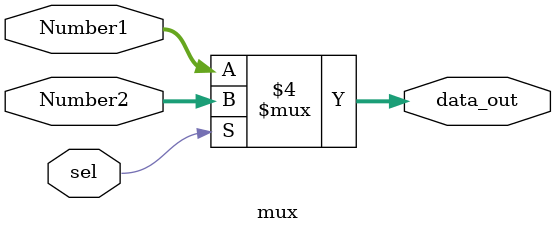
<source format=v>
module mux(
     Number1, Number2, sel, data_out
);
input wire [63:0]Number1;
    input wire [63:0]Number2; 
	input wire sel;
    output reg [63:0]data_out;
always@(*) begin
    

if (sel==1'b0)begin
    data_out <= Number1;
end
else begin
    data_out <= Number2;
end
end
//assign data_out = sel? Number1 : Number2;   //sel = sinal de controle sempre 1 bit

endmodule

</source>
